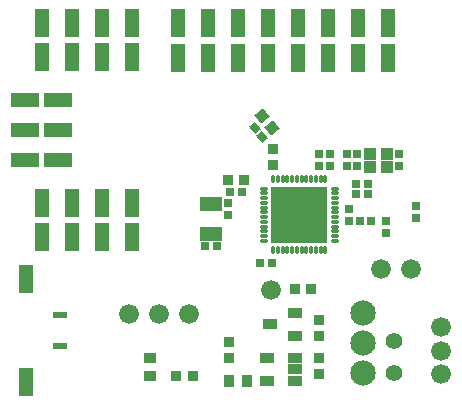
<source format=gts>
G04 Layer_Color=8388736*
%FSLAX25Y25*%
%MOIN*%
G70*
G01*
G75*
%ADD51R,0.04616X0.09222*%
%ADD52R,0.09222X0.04616*%
%ADD53R,0.02568X0.02962*%
%ADD54R,0.02962X0.02568*%
%ADD55R,0.04537X0.03356*%
%ADD56R,0.03750X0.03553*%
%ADD57R,0.04600X0.03600*%
%ADD58R,0.03553X0.03750*%
%ADD59R,0.03600X0.03800*%
%ADD60R,0.03356X0.04143*%
%ADD61R,0.04143X0.03356*%
%ADD62R,0.19104X0.19104*%
%ADD63O,0.01387X0.03159*%
%ADD64O,0.03159X0.01387*%
G04:AMPARAMS|DCode=65|XSize=37.5mil|YSize=35.53mil|CornerRadius=0mil|HoleSize=0mil|Usage=FLASHONLY|Rotation=40.000|XOffset=0mil|YOffset=0mil|HoleType=Round|Shape=Rectangle|*
%AMROTATEDRECTD65*
4,1,4,-0.00294,-0.02566,-0.02578,0.00156,0.00294,0.02566,0.02578,-0.00156,-0.00294,-0.02566,0.0*
%
%ADD65ROTATEDRECTD65*%

G04:AMPARAMS|DCode=66|XSize=25.68mil|YSize=31.59mil|CornerRadius=0mil|HoleSize=0mil|Usage=FLASHONLY|Rotation=40.000|XOffset=0mil|YOffset=0mil|HoleType=Round|Shape=Rectangle|*
%AMROTATEDRECTD66*
4,1,4,0.00032,-0.02036,-0.01999,0.00384,-0.00032,0.02036,0.01999,-0.00384,0.00032,-0.02036,0.0*
%
%ADD66ROTATEDRECTD66*%

%ADD67R,0.07687X0.04537*%
%ADD68R,0.03159X0.02568*%
%ADD69R,0.04340X0.03947*%
%ADD70R,0.04537X0.02372*%
%ADD71C,0.06600*%
%ADD72C,0.08474*%
%ADD73C,0.05600*%
D51*
X-118091Y87090D02*
D03*
X-108091D02*
D03*
X-98090D02*
D03*
X-88090D02*
D03*
X-108091Y75910D02*
D03*
X-118091D02*
D03*
X-98090D02*
D03*
X-88090D02*
D03*
Y15910D02*
D03*
X-98090D02*
D03*
X-108091D02*
D03*
X-118091D02*
D03*
X-88090Y27091D02*
D03*
X-98090D02*
D03*
X-108091D02*
D03*
X-118091D02*
D03*
X-32500Y75465D02*
D03*
Y87000D02*
D03*
X-72500Y75465D02*
D03*
X-42500D02*
D03*
X-52500Y75465D02*
D03*
X-2500Y75465D02*
D03*
X-12500D02*
D03*
X-72500Y87000D02*
D03*
X-42500D02*
D03*
X-52500D02*
D03*
X-2500D02*
D03*
X-12500D02*
D03*
X-62500Y75465D02*
D03*
X-22500D02*
D03*
X-62500Y87000D02*
D03*
X-22500D02*
D03*
X-123221Y-32705D02*
D03*
Y1941D02*
D03*
D52*
X-112500Y41500D02*
D03*
Y51500D02*
D03*
Y61500D02*
D03*
X-123681Y41500D02*
D03*
Y51500D02*
D03*
Y61500D02*
D03*
D53*
X-15700Y25194D02*
D03*
Y21257D02*
D03*
X-25701Y43295D02*
D03*
Y39358D02*
D03*
X1199Y43295D02*
D03*
Y39358D02*
D03*
X-16301D02*
D03*
Y43295D02*
D03*
X-12801Y39358D02*
D03*
Y43295D02*
D03*
X-21901Y39358D02*
D03*
Y43295D02*
D03*
X-56000Y26994D02*
D03*
Y23057D02*
D03*
X-3200Y17282D02*
D03*
Y21219D02*
D03*
X6800Y26219D02*
D03*
Y22282D02*
D03*
D54*
X-59632Y12625D02*
D03*
X-63569D02*
D03*
X-41432Y7125D02*
D03*
X-45369D02*
D03*
X-13369Y33525D02*
D03*
X-9432D02*
D03*
Y30025D02*
D03*
X-13369D02*
D03*
X-51232Y30625D02*
D03*
X-55169D02*
D03*
D55*
X-33600Y-32055D02*
D03*
Y-28315D02*
D03*
Y-24575D02*
D03*
X-43049D02*
D03*
Y-32055D02*
D03*
D56*
X-55600Y-24575D02*
D03*
Y-19260D02*
D03*
X-25600Y-24575D02*
D03*
Y-29890D02*
D03*
Y-17075D02*
D03*
Y-11760D02*
D03*
X-41100Y39788D02*
D03*
Y45103D02*
D03*
D57*
X-41868Y-13315D02*
D03*
X-33600Y-9575D02*
D03*
Y-17055D02*
D03*
D58*
X-33657Y-1500D02*
D03*
X-28343D02*
D03*
X-55858Y34725D02*
D03*
X-50543D02*
D03*
D59*
X-67750Y-30500D02*
D03*
X-73250D02*
D03*
D60*
X-55553Y-32075D02*
D03*
X-49647D02*
D03*
D61*
X-82100Y-30527D02*
D03*
Y-24622D02*
D03*
D62*
X-32200Y23225D02*
D03*
D63*
X-40861Y35135D02*
D03*
X-39287D02*
D03*
X-37712D02*
D03*
X-36137D02*
D03*
X-34562D02*
D03*
X-32987D02*
D03*
X-31413D02*
D03*
X-29838D02*
D03*
X-28263D02*
D03*
X-26688D02*
D03*
X-25113D02*
D03*
X-23539D02*
D03*
Y11316D02*
D03*
X-25113D02*
D03*
X-26688D02*
D03*
X-28263D02*
D03*
X-29838D02*
D03*
X-31413D02*
D03*
X-32987D02*
D03*
X-34562D02*
D03*
X-36137D02*
D03*
X-37712D02*
D03*
X-39287D02*
D03*
X-40861D02*
D03*
D64*
X-20291Y31887D02*
D03*
Y30312D02*
D03*
Y28737D02*
D03*
Y27162D02*
D03*
Y25588D02*
D03*
Y24013D02*
D03*
Y22438D02*
D03*
Y20863D02*
D03*
Y19288D02*
D03*
Y17714D02*
D03*
Y16139D02*
D03*
Y14564D02*
D03*
X-44110D02*
D03*
Y16139D02*
D03*
Y17714D02*
D03*
Y19288D02*
D03*
Y20863D02*
D03*
Y22438D02*
D03*
Y24013D02*
D03*
Y25588D02*
D03*
Y27162D02*
D03*
Y28737D02*
D03*
Y30312D02*
D03*
Y31887D02*
D03*
D65*
X-41289Y52010D02*
D03*
X-44705Y56081D02*
D03*
D66*
X-46899Y52078D02*
D03*
X-44495Y49213D02*
D03*
D67*
X-61600Y16804D02*
D03*
Y26647D02*
D03*
D68*
X-8230Y21225D02*
D03*
X-11970D02*
D03*
D69*
X-2946Y39062D02*
D03*
Y43590D02*
D03*
X-8655D02*
D03*
Y39062D02*
D03*
D70*
X-112000Y-20500D02*
D03*
Y-10264D02*
D03*
D71*
X-89000Y-10000D02*
D03*
X-79000D02*
D03*
X-69000D02*
D03*
X-41500Y-2000D02*
D03*
X5000Y5000D02*
D03*
X-5000D02*
D03*
X15000Y-14252D02*
D03*
Y-22126D02*
D03*
Y-30000D02*
D03*
D72*
X-11000Y-29500D02*
D03*
Y-19500D02*
D03*
Y-9500D02*
D03*
D73*
X-500Y-29500D02*
D03*
Y-19000D02*
D03*
M02*

</source>
